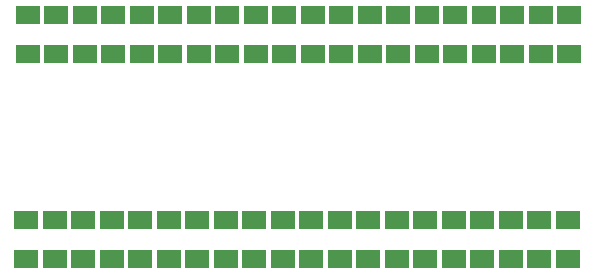
<source format=gtp>
G04 (created by PCBNEW (2013-07-07 BZR 4022)-stable) date 04/02/2014 9:51:19 AM*
%MOIN*%
G04 Gerber Fmt 3.4, Leading zero omitted, Abs format*
%FSLAX34Y34*%
G01*
G70*
G90*
G04 APERTURE LIST*
%ADD10C,0.00590551*%
%ADD11R,0.08X0.06*%
G04 APERTURE END LIST*
G54D10*
G54D11*
X20600Y-44150D03*
X20600Y-42850D03*
X27250Y-44150D03*
X27250Y-42850D03*
X27200Y-49700D03*
X27200Y-51000D03*
X26300Y-44150D03*
X26300Y-42850D03*
X26250Y-49700D03*
X26250Y-51000D03*
X25350Y-44150D03*
X25350Y-42850D03*
X25300Y-49700D03*
X25300Y-51000D03*
X24400Y-44150D03*
X24400Y-42850D03*
X24350Y-49700D03*
X24350Y-51000D03*
X23450Y-44150D03*
X23450Y-42850D03*
X23400Y-49700D03*
X23400Y-51000D03*
X22500Y-44150D03*
X22500Y-42850D03*
X22450Y-49700D03*
X22450Y-51000D03*
X21550Y-44150D03*
X21550Y-42850D03*
X21500Y-49700D03*
X21500Y-51000D03*
X28150Y-49700D03*
X28150Y-51000D03*
X20550Y-49700D03*
X20550Y-51000D03*
X19650Y-44150D03*
X19650Y-42850D03*
X19600Y-49700D03*
X19600Y-51000D03*
X18700Y-44150D03*
X18700Y-42850D03*
X18650Y-49700D03*
X18650Y-51000D03*
X17750Y-44150D03*
X17750Y-42850D03*
X17700Y-49700D03*
X17700Y-51000D03*
X16800Y-44150D03*
X16800Y-42850D03*
X16750Y-49700D03*
X16750Y-51000D03*
X15850Y-44150D03*
X15850Y-42850D03*
X15800Y-49700D03*
X15800Y-51000D03*
X14900Y-44150D03*
X14900Y-42850D03*
X14850Y-49700D03*
X14850Y-51000D03*
X13950Y-44150D03*
X13950Y-42850D03*
X13900Y-49700D03*
X13900Y-51000D03*
X32000Y-44150D03*
X32000Y-42850D03*
X31950Y-49700D03*
X31950Y-51000D03*
X31050Y-44150D03*
X31050Y-42850D03*
X31000Y-49700D03*
X31000Y-51000D03*
X30100Y-44150D03*
X30100Y-42850D03*
X30050Y-49700D03*
X30050Y-51000D03*
X29150Y-44150D03*
X29150Y-42850D03*
X29100Y-49700D03*
X29100Y-51000D03*
X28200Y-44150D03*
X28200Y-42850D03*
M02*

</source>
